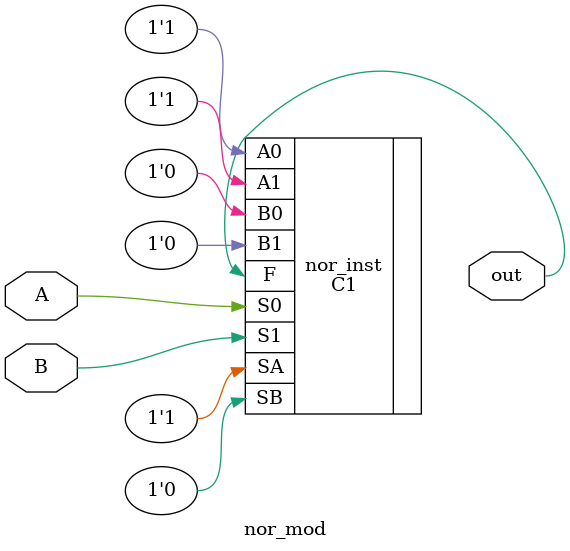
<source format=v>
module nor_mod (
    input wire A,
    input wire B,
    output wire out
);

    C1 nor_inst (
        .A0(1'b1),
        .A1(1'b1),
        .SA(1'b1),
        .B0(1'b0),
        .B1(1'b0),
        .SB(1'b0),
        .S0(A),
        .S1(B),
        .F(out)
    );

endmodule
</source>
